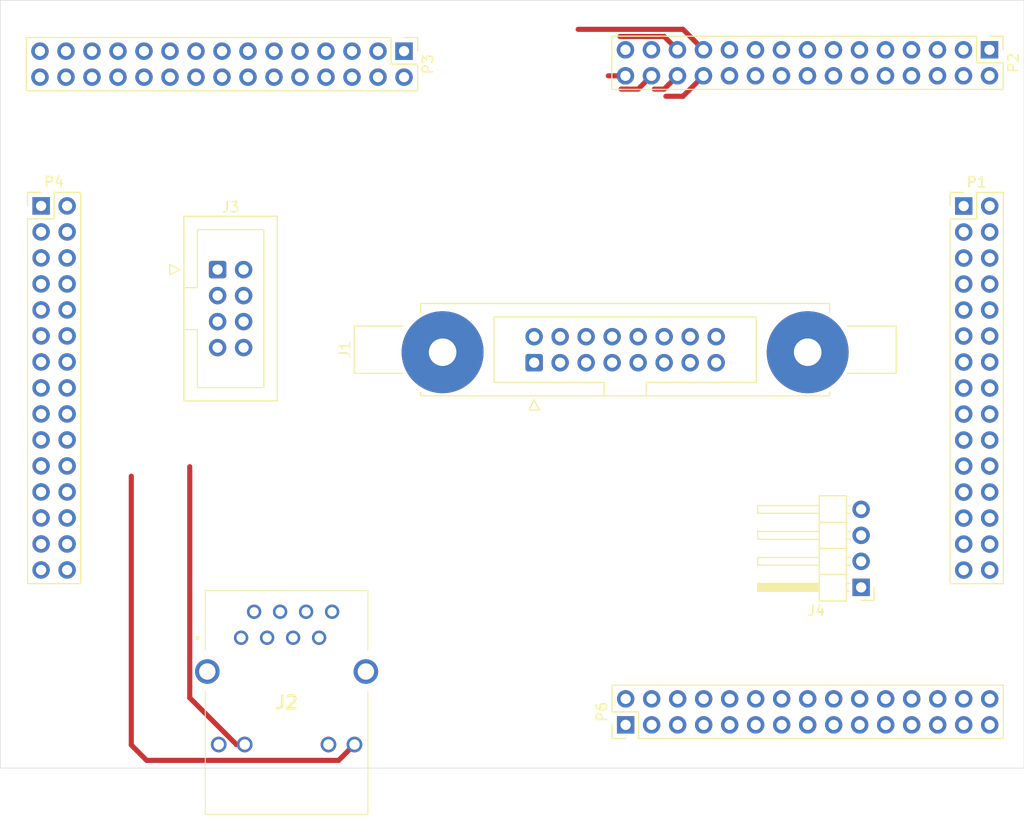
<source format=kicad_pcb>
(kicad_pcb (version 20221018) (generator pcbnew)
  (layers (0 "F.Cu" signal) (31 "B.Cu" signal) (34 "B.Paste" user) (35 "F.Paste" user) (36 "B.SilkS" user "B.Silkscreen") (37 "F.SilkS" user "F.Silkscreen") (38 "B.Mask" user) (39 "F.Mask" user) (44 "Edge.Cuts" user))
  (net 0 "")
  (net 3 "/screen_module/T_IRQ")
  (net 4 "/screen_module/T_DO")
  (net 5 "/screen_module/T_DIN")
  (net 6 "/screen_module/T_CS")
  (net 7 "/screen_module/T_CLK")
  (net 8 "/screen_module/SDO(MISO)")
  (net 9 "/screen_module/LED")
  (net 10 "/screen_module/SCK")
  (net 11 "/screen_module/SDI(MOSI)")
  (net 12 "/screen_module/DC")
  (net 13 "/screen_module/RESET")
  (net 14 "/screen_module/CS")
  (net 15 "/screen_module/GND")
  (net 16 "/screen_module/VCC")
  (net 129 "/ethernet_module/TD+")
  (net 130 "+3.3V")
  (net 143 "/ethernet_module/TD-")
  (net 146 "/ethernet_module/RD+")
  (net 147 "/ethernet_module/RD-")
  (net 148 "/ethernet_module/YLED-")
  (net 149 "/ethernet_module/GLED-")
  (net 150 "Net-(J2-Pad10)")
  (net 151 "Net-(J2-Pad12)")
  (net 152 "GND")
  (net 153 "/SPI_module/RX")
  (net 154 "/SPI_module/CSn")
  (net 155 "/SPI_module/SCK")
  (net 156 "/SPI_module/TX")
  (net 158 "/bluetooth_module/RX")
  (net 159 "/bluetooth_module/TX")
  (footprint "Connector_PinHeader_2.54mm:PinHeader_1x04_P2.54mm_Horizontal" (layer "F.Cu") (at 178.09 133.35 180)
    (fp_text reference "J4" (at 4.385 -2.27) (layer "F.SilkS"))
    (fp_text value "Conn_01x04")
    (fp_line (start -1.27 -1.27) (end 0 -1.27) (stroke (width 0.12)) (layer "F.SilkS"))
    (fp_line (start -1.27 0) (end -1.27 -1.27) (stroke (width 0.12)) (layer "F.SilkS"))
    (fp_line (start 1.042929 2.16) (end 1.44 2.16) (stroke (width 0.12)) (layer "F.SilkS"))
    (fp_line (start 1.042929 2.92) (end 1.44 2.92) (stroke (width 0.12)) (layer "F.SilkS"))
    (fp_line (start 1.042929 4.7) (end 1.44 4.7) (stroke (width 0.12)) (layer "F.SilkS"))
    (fp_line (start 1.042929 5.46) (end 1.44 5.46) (stroke (width 0.12)) (layer "F.SilkS"))
    (fp_line (start 1.042929 7.24) (end 1.44 7.24) (stroke (width 0.12)) (layer "F.SilkS"))
    (fp_line (start 1.042929 8) (end 1.44 8) (stroke (width 0.12)) (layer "F.SilkS"))
    (fp_line (start 1.11 -0.38) (end 1.44 -0.38) (stroke (width 0.12)) (layer "F.SilkS"))
    (fp_line (start 1.11 0.38) (end 1.44 0.38) (stroke (width 0.12)) (layer "F.SilkS"))
    (fp_line (start 1.44 -1.33) (end 1.44 8.95) (stroke (width 0.12)) (layer "F.SilkS"))
    (fp_line (start 1.44 1.27) (end 4.1 1.27) (stroke (width 0.12)) (layer "F.SilkS"))
    (fp_line (start 1.44 3.81) (end 4.1 3.81) (stroke (width 0.12)) (layer "F.SilkS"))
    (fp_line (start 1.44 6.35) (end 4.1 6.35) (stroke (width 0.12)) (layer "F.SilkS"))
    (fp_line (start 1.44 8.95) (end 4.1 8.95) (stroke (width 0.12)) (layer "F.SilkS"))
    (fp_line (start 4.1 -1.33) (end 1.44 -1.33) (stroke (width 0.12)) (layer "F.SilkS"))
    (fp_line (start 4.1 -0.38) (end 10.1 -0.38) (stroke (width 0.12)) (layer "F.SilkS"))
    (fp_line (start 4.1 -0.32) (end 10.1 -0.32) (stroke (width 0.12)) (layer "F.SilkS"))
    (fp_line (start 4.1 -0.2) (end 10.1 -0.2) (stroke (width 0.12)) (layer "F.SilkS"))
    (fp_line (start 4.1 -0.08) (end 10.1 -0.08) (stroke (width 0.12)) (layer "F.SilkS"))
    (fp_line (start 4.1 0.04) (end 10.1 0.04) (stroke (width 0.12)) (layer "F.SilkS"))
    (fp_line (start 4.1 0.16) (end 10.1 0.16) (stroke (width 0.12)) (layer "F.SilkS"))
    (fp_line (start 4.1 0.28) (end 10.1 0.28) (stroke (width 0.12)) (layer "F.SilkS"))
    (fp_line (start 4.1 2.16) (end 10.1 2.16) (stroke (width 0.12)) (layer "F.SilkS"))
    (fp_line (start 4.1 4.7) (end 10.1 4.7) (stroke (width 0.12)) (layer "F.SilkS"))
    (fp_line (start 4.1 7.24) (end 10.1 7.24) (stroke (width 0.12)) (layer "F.SilkS"))
    (fp_line (start 4.1 8.95) (end 4.1 -1.33) (stroke (width 0.12)) (layer "F.SilkS"))
    (fp_line (start 10.1 -0.38) (end 10.1 0.38) (stroke (width 0.12)) (layer "F.SilkS"))
    (fp_line (start 10.1 0.38) (end 4.1 0.38) (stroke (width 0.12)) (layer "F.SilkS"))
    (fp_line (start 10.1 2.16) (end 10.1 2.92) (stroke (width 0.12)) (layer "F.SilkS"))
    (fp_line (start 10.1 2.92) (end 4.1 2.92) (stroke (width 0.12)) (layer "F.SilkS"))
    (fp_line (start 10.1 4.7) (end 10.1 5.46) (stroke (width 0.12)) (layer "F.SilkS"))
    (fp_line (start 10.1 5.46) (end 4.1 5.46) (stroke (width 0.12)) (layer "F.SilkS"))
    (fp_line (start 10.1 7.24) (end 10.1 8) (stroke (width 0.12)) (layer "F.SilkS"))
    (fp_line (start 10.1 8) (end 4.1 8) (stroke (width 0.12)) (layer "F.SilkS"))
    (pad "1" thru_hole rect (at 0 0 180) (size 1.7 1.7) (drill 1) (layers "*.Cu" "*.Mask") (net 158 "/bluetooth_module/RX"))
    (pad "2" thru_hole oval (at 0 2.54 180) (size 1.7 1.7) (drill 1) (layers "*.Cu" "*.Mask") (net 159 "/bluetooth_module/TX"))
    (pad "3" thru_hole oval (at 0 5.08 180) (size 1.7 1.7) (drill 1) (layers "*.Cu" "*.Mask") (net 152 "GND"))
    (pad "4" thru_hole oval (at 0 7.62 180) (size 1.7 1.7) (drill 1) (layers "*.Cu" "*.Mask") (net 130 "+3.3V"))
  )
  (footprint "Connector_PinHeader_2.54mm:PinHeader_2x15_P2.54mm_Vertical" (layer "F.Cu") (at 188.11 96.1)
    (fp_text reference "P1" (at 1.27 -2.33) (layer "F.SilkS"))
    (fp_text value "Conn_02x15_Counter_Clockwise" hide)
    (fp_line (start -1.33 -1.33) (end 0 -1.33) (stroke (width 0.12)) (layer "F.SilkS"))
    (fp_line (start -1.33 0) (end -1.33 -1.33) (stroke (width 0.12)) (layer "F.SilkS"))
    (fp_line (start -1.33 1.27) (end -1.33 36.89) (stroke (width 0.12)) (layer "F.SilkS"))
    (fp_line (start -1.33 1.27) (end 1.27 1.27) (stroke (width 0.12)) (layer "F.SilkS"))
    (fp_line (start -1.33 36.89) (end 3.87 36.89) (stroke (width 0.12)) (layer "F.SilkS"))
    (fp_line (start 1.27 -1.33) (end 3.87 -1.33) (stroke (width 0.12)) (layer "F.SilkS"))
    (fp_line (start 1.27 1.27) (end 1.27 -1.33) (stroke (width 0.12)) (layer "F.SilkS"))
    (fp_line (start 3.87 -1.33) (end 3.87 36.89) (stroke (width 0.12)) (layer "F.SilkS"))
    (pad "1" thru_hole rect (at 0 0) (size 1.7 1.7) (drill 1) (layers "*.Cu" "*.Mask"))
    (pad "2" thru_hole oval (at 2.54 0) (size 1.7 1.7) (drill 1) (layers "*.Cu" "*.Mask"))
    (pad "3" thru_hole oval (at 0 2.54) (size 1.7 1.7) (drill 1) (layers "*.Cu" "*.Mask"))
    (pad "4" thru_hole oval (at 2.54 2.54) (size 1.7 1.7) (drill 1) (layers "*.Cu" "*.Mask"))
    (pad "5" thru_hole oval (at 0 5.08) (size 1.7 1.7) (drill 1) (layers "*.Cu" "*.Mask"))
    (pad "6" thru_hole oval (at 2.54 5.08) (size 1.7 1.7) (drill 1) (layers "*.Cu" "*.Mask"))
    (pad "7" thru_hole oval (at 0 7.62) (size 1.7 1.7) (drill 1) (layers "*.Cu" "*.Mask"))
    (pad "8" thru_hole oval (at 2.54 7.62) (size 1.7 1.7) (drill 1) (layers "*.Cu" "*.Mask"))
    (pad "9" thru_hole oval (at 0 10.16) (size 1.7 1.7) (drill 1) (layers "*.Cu" "*.Mask"))
    (pad "10" thru_hole oval (at 2.54 10.16) (size 1.7 1.7) (drill 1) (layers "*.Cu" "*.Mask"))
    (pad "11" thru_hole oval (at 0 12.7) (size 1.7 1.7) (drill 1) (layers "*.Cu" "*.Mask"))
    (pad "12" thru_hole oval (at 2.54 12.7) (size 1.7 1.7) (drill 1) (layers "*.Cu" "*.Mask"))
    (pad "13" thru_hole oval (at 0 15.24) (size 1.7 1.7) (drill 1) (layers "*.Cu" "*.Mask"))
    (pad "14" thru_hole oval (at 2.54 15.24) (size 1.7 1.7) (drill 1) (layers "*.Cu" "*.Mask"))
    (pad "15" thru_hole oval (at 0 17.78) (size 1.7 1.7) (drill 1) (layers "*.Cu" "*.Mask"))
    (pad "16" thru_hole oval (at 2.54 17.78) (size 1.7 1.7) (drill 1) (layers "*.Cu" "*.Mask"))
    (pad "17" thru_hole oval (at 0 20.32) (size 1.7 1.7) (drill 1) (layers "*.Cu" "*.Mask"))
    (pad "18" thru_hole oval (at 2.54 20.32) (size 1.7 1.7) (drill 1) (layers "*.Cu" "*.Mask"))
    (pad "19" thru_hole oval (at 0 22.86) (size 1.7 1.7) (drill 1) (layers "*.Cu" "*.Mask") (net 129 "/ethernet_module/TD+"))
    (pad "20" thru_hole oval (at 2.54 22.86) (size 1.7 1.7) (drill 1) (layers "*.Cu" "*.Mask"))
    (pad "21" thru_hole oval (at 0 25.4) (size 1.7 1.7) (drill 1) (layers "*.Cu" "*.Mask") (net 143 "/ethernet_module/TD-"))
    (pad "22" thru_hole oval (at 2.54 25.4) (size 1.7 1.7) (drill 1) (layers "*.Cu" "*.Mask"))
    (pad "23" thru_hole oval (at 0 27.94) (size 1.7 1.7) (drill 1) (layers "*.Cu" "*.Mask") (net 146 "/ethernet_module/RD+"))
    (pad "24" thru_hole oval (at 2.54 27.94) (size 1.7 1.7) (drill 1) (layers "*.Cu" "*.Mask"))
    (pad "25" thru_hole oval (at 0 30.48) (size 1.7 1.7) (drill 1) (layers "*.Cu" "*.Mask") (net 147 "/ethernet_module/RD-"))
    (pad "26" thru_hole oval (at 2.54 30.48) (size 1.7 1.7) (drill 1) (layers "*.Cu" "*.Mask"))
    (pad "27" thru_hole oval (at 0 33.02) (size 1.7 1.7) (drill 1) (layers "*.Cu" "*.Mask"))
    (pad "28" thru_hole oval (at 2.54 33.02) (size 1.7 1.7) (drill 1) (layers "*.Cu" "*.Mask"))
    (pad "29" thru_hole oval (at 0 35.56) (size 1.7 1.7) (drill 1) (layers "*.Cu" "*.Mask"))
    (pad "30" thru_hole oval (at 2.54 35.56) (size 1.7 1.7) (drill 1) (layers "*.Cu" "*.Mask"))
  )
  (footprint "Connector_IDC:IDC-Header_2x08-1MP_P2.54mm_Latch6.5mm_Vertical" (layer "F.Cu") (at 146.15 111.4 90)
    (fp_text reference "J1" (at 1.27 -18.47 90) (layer "F.SilkS"))
    (fp_text value "Conn_01x14")
    (fp_line (start -4.63 -0.5) (end -4.63 0.5) (stroke (width 0.12)) (layer "F.SilkS"))
    (fp_line (start -4.63 0.5) (end -3.63 0) (stroke (width 0.12)) (layer "F.SilkS"))
    (fp_line (start -3.63 0) (end -4.63 -0.5) (stroke (width 0.12)) (layer "F.SilkS"))
    (fp_line (start -3.24 -11.08) (end -3.24 28.86) (stroke (width 0.12)) (layer "F.SilkS"))
    (fp_line (start -3.24 6.84) (end -1.93 6.84) (stroke (width 0.12)) (layer "F.SilkS"))
    (fp_line (start -3.24 28.86) (end -2.87 28.86) (stroke (width 0.12)) (layer "F.SilkS"))
    (fp_line (start -2.87 -11.08) (end -3.24 -11.08) (stroke (width 0.12)) (layer "F.SilkS"))
    (fp_line (start -1.93 -3.92) (end 4.47 -3.92) (stroke (width 0.12)) (layer "F.SilkS"))
    (fp_line (start -1.93 6.84) (end -1.93 -3.92) (stroke (width 0.12)) (layer "F.SilkS"))
    (fp_line (start -1.93 10.94) (end -3.24 10.94) (stroke (width 0.12)) (layer "F.SilkS"))
    (fp_line (start -1.93 10.94) (end -1.93 10.94) (stroke (width 0.12)) (layer "F.SilkS"))
    (fp_line (start -1.93 21.7) (end -1.93 10.94) (stroke (width 0.12)) (layer "F.SilkS"))
    (fp_line (start -1.04 -17.58) (end 3.58 -17.58) (stroke (width 0.12)) (layer "F.SilkS"))
    (fp_line (start -1.04 -12.83) (end -1.04 -17.58) (stroke (width 0.12)) (layer "F.SilkS"))
    (fp_line (start -1.04 30.61) (end -1.04 35.36) (stroke (width 0.12)) (layer "F.SilkS"))
    (fp_line (start -1.04 35.36) (end 3.58 35.36) (stroke (width 0.12)) (layer "F.SilkS"))
    (fp_line (start 3.58 -17.58) (end 3.58 -12.83) (stroke (width 0.12)) (layer "F.SilkS"))
    (fp_line (start 3.58 35.36) (end 3.58 30.61) (stroke (width 0.12)) (layer "F.SilkS"))
    (fp_line (start 4.47 -3.92) (end 4.47 21.7) (stroke (width 0.12)) (layer "F.SilkS"))
    (fp_line (start 4.47 21.7) (end -1.93 21.7) (stroke (width 0.12)) (layer "F.SilkS"))
    (fp_line (start 4.91 -11.08) (end 5.78 -11.08) (stroke (width 0.12)) (layer "F.SilkS"))
    (fp_line (start 5.78 -11.08) (end 5.78 28.86) (stroke (width 0.12)) (layer "F.SilkS"))
    (fp_line (start 5.78 28.86) (end 4.91 28.86) (stroke (width 0.12)) (layer "F.SilkS"))
    (pad "1" thru_hole roundrect (at 0 0 90) (size 1.7 1.7) (drill 1) (layers "*.Cu" "*.Mask") (roundrect_rratio 0.147059) (net 3 "/screen_module/T_IRQ"))
    (pad "2" thru_hole circle (at 2.54 0 90) (size 1.7 1.7) (drill 1) (layers "*.Cu" "*.Mask") (net 4 "/screen_module/T_DO"))
    (pad "3" thru_hole circle (at 0 2.54 90) (size 1.7 1.7) (drill 1) (layers "*.Cu" "*.Mask") (net 5 "/screen_module/T_DIN"))
    (pad "4" thru_hole circle (at 2.54 2.54 90) (size 1.7 1.7) (drill 1) (layers "*.Cu" "*.Mask") (net 6 "/screen_module/T_CS"))
    (pad "5" thru_hole circle (at 0 5.08 90) (size 1.7 1.7) (drill 1) (layers "*.Cu" "*.Mask") (net 7 "/screen_module/T_CLK"))
    (pad "6" thru_hole circle (at 2.54 5.08 90) (size 1.7 1.7) (drill 1) (layers "*.Cu" "*.Mask") (net 8 "/screen_module/SDO(MISO)"))
    (pad "7" thru_hole circle (at 0 7.62 90) (size 1.7 1.7) (drill 1) (layers "*.Cu" "*.Mask") (net 9 "/screen_module/LED"))
    (pad "8" thru_hole circle (at 2.54 7.62 90) (size 1.7 1.7) (drill 1) (layers "*.Cu" "*.Mask") (net 10 "/screen_module/SCK"))
    (pad "9" thru_hole circle (at 0 10.16 90) (size 1.7 1.7) (drill 1) (layers "*.Cu" "*.Mask") (net 11 "/screen_module/SDI(MOSI)"))
    (pad "10" thru_hole circle (at 2.54 10.16 90) (size 1.7 1.7) (drill 1) (layers "*.Cu" "*.Mask") (net 12 "/screen_module/DC"))
    (pad "11" thru_hole circle (at 0 12.7 90) (size 1.7 1.7) (drill 1) (layers "*.Cu" "*.Mask") (net 13 "/screen_module/RESET"))
    (pad "12" thru_hole circle (at 2.54 12.7 90) (size 1.7 1.7) (drill 1) (layers "*.Cu" "*.Mask") (net 14 "/screen_module/CS"))
    (pad "13" thru_hole circle (at 0 15.24 90) (size 1.7 1.7) (drill 1) (layers "*.Cu" "*.Mask") (net 15 "/screen_module/GND"))
    (pad "14" thru_hole circle (at 2.54 15.24 90) (size 1.7 1.7) (drill 1) (layers "*.Cu" "*.Mask") (net 16 "/screen_module/VCC"))
    (pad "15" thru_hole circle (at 0 17.78 90) (size 1.7 1.7) (drill 1) (layers "*.Cu" "*.Mask"))
    (pad "16" thru_hole circle (at 2.54 17.78 90) (size 1.7 1.7) (drill 1) (layers "*.Cu" "*.Mask"))
    (pad "MP" thru_hole circle (at 1.02 -8.94 90) (size 8 8) (drill 2.69) (layers "*.Cu" "*.Mask"))
    (pad "MP" thru_hole circle (at 1.02 26.72 90) (size 8 8) (drill 2.69) (layers "*.Cu" "*.Mask"))
  )
  (footprint "Connector_IDC:IDC-Header_2x04_P2.54mm_Vertical" (layer "F.Cu") (at 115.23 102.31)
    (fp_text reference "J3" (at 1.27 -6.1) (layer "F.SilkS"))
    (fp_text value "Conn_02x03_Counter_Clockwise")
    (fp_line (start -4.68 -0.5) (end -4.68 0.5) (stroke (width 0.12)) (layer "F.SilkS"))
    (fp_line (start -4.68 0.5) (end -3.68 0) (stroke (width 0.12)) (layer "F.SilkS"))
    (fp_line (start -3.68 0) (end -4.68 -0.5) (stroke (width 0.12)) (layer "F.SilkS"))
    (fp_line (start -3.29 -5.21) (end 5.83 -5.21) (stroke (width 0.12)) (layer "F.SilkS"))
    (fp_line (start -3.29 1.76) (end -1.98 1.76) (stroke (width 0.12)) (layer "F.SilkS"))
    (fp_line (start -3.29 12.83) (end -3.29 -5.21) (stroke (width 0.12)) (layer "F.SilkS"))
    (fp_line (start -1.98 -3.91) (end 4.52 -3.91) (stroke (width 0.12)) (layer "F.SilkS"))
    (fp_line (start -1.98 1.76) (end -1.98 -3.91) (stroke (width 0.12)) (layer "F.SilkS"))
    (fp_line (start -1.98 5.86) (end -3.29 5.86) (stroke (width 0.12)) (layer "F.SilkS"))
    (fp_line (start -1.98 5.86) (end -1.98 5.86) (stroke (width 0.12)) (layer "F.SilkS"))
    (fp_line (start -1.98 11.53) (end -1.98 5.86) (stroke (width 0.12)) (layer "F.SilkS"))
    (fp_line (start 4.52 -3.91) (end 4.52 11.53) (stroke (width 0.12)) (layer "F.SilkS"))
    (fp_line (start 4.52 11.53) (end -1.98 11.53) (stroke (width 0.12)) (layer "F.SilkS"))
    (fp_line (start 5.83 -5.21) (end 5.83 12.83) (stroke (width 0.12)) (layer "F.SilkS"))
    (fp_line (start 5.83 12.83) (end -3.29 12.83) (stroke (width 0.12)) (layer "F.SilkS"))
    (pad "1" thru_hole roundrect (at 0 0) (size 1.7 1.7) (drill 1) (layers "*.Cu" "*.Mask") (roundrect_rratio 0.147059) (net 152 "GND"))
    (pad "2" thru_hole circle (at 2.54 0) (size 1.7 1.7) (drill 1) (layers "*.Cu" "*.Mask") (net 153 "/SPI_module/RX"))
    (pad "3" thru_hole circle (at 0 2.54) (size 1.7 1.7) (drill 1) (layers "*.Cu" "*.Mask") (net 154 "/SPI_module/CSn"))
    (pad "4" thru_hole circle (at 2.54 2.54) (size 1.7 1.7) (drill 1) (layers "*.Cu" "*.Mask") (net 155 "/SPI_module/SCK"))
    (pad "5" thru_hole circle (at 0 5.08) (size 1.7 1.7) (drill 1) (layers "*.Cu" "*.Mask") (net 156 "/SPI_module/TX"))
    (pad "6" thru_hole circle (at 2.54 5.08) (size 1.7 1.7) (drill 1) (layers "*.Cu" "*.Mask"))
    (pad "7" thru_hole circle (at 0 7.62) (size 1.7 1.7) (drill 1) (layers "*.Cu" "*.Mask"))
    (pad "8" thru_hole circle (at 2.54 7.62) (size 1.7 1.7) (drill 1) (layers "*.Cu" "*.Mask"))
  )
  (footprint "Connector_PinHeader_2.54mm:PinHeader_2x15_P2.54mm_Vertical" (layer "F.Cu") (at 155.09 146.78 90)
    (fp_text reference "P6" (at 1.27 -2.33 90) (layer "F.SilkS"))
    (fp_text value "Conn_02x15_Counter_Clockwise")
    (fp_line (start -1.33 -1.33) (end 0 -1.33) (stroke (width 0.12)) (layer "F.SilkS"))
    (fp_line (start -1.33 0) (end -1.33 -1.33) (stroke (width 0.12)) (layer "F.SilkS"))
    (fp_line (start -1.33 1.27) (end -1.33 36.89) (stroke (width 0.12)) (layer "F.SilkS"))
    (fp_line (start -1.33 1.27) (end 1.27 1.27) (stroke (width 0.12)) (layer "F.SilkS"))
    (fp_line (start -1.33 36.89) (end 3.87 36.89) (stroke (width 0.12)) (layer "F.SilkS"))
    (fp_line (start 1.27 -1.33) (end 3.87 -1.33) (stroke (width 0.12)) (layer "F.SilkS"))
    (fp_line (start 1.27 1.27) (end 1.27 -1.33) (stroke (width 0.12)) (layer "F.SilkS"))
    (fp_line (start 3.87 -1.33) (end 3.87 36.89) (stroke (width 0.12)) (layer "F.SilkS"))
    (pad "1" thru_hole rect (at 0 0 90) (size 1.7 1.7) (drill 1) (layers "*.Cu" "*.Mask"))
    (pad "2" thru_hole oval (at 2.54 0 90) (size 1.7 1.7) (drill 1) (layers "*.Cu" "*.Mask"))
    (pad "3" thru_hole oval (at 0 2.54 90) (size 1.7 1.7) (drill 1) (layers "*.Cu" "*.Mask"))
    (pad "4" thru_hole oval (at 2.54 2.54 90) (size 1.7 1.7) (drill 1) (layers "*.Cu" "*.Mask"))
    (pad "5" thru_hole oval (at 0 5.08 90) (size 1.7 1.7) (drill 1) (layers "*.Cu" "*.Mask"))
    (pad "6" thru_hole oval (at 2.54 5.08 90) (size 1.7 1.7) (drill 1) (layers "*.Cu" "*.Mask") (net 158 "/bluetooth_module/RX"))
    (pad "7" thru_hole oval (at 0 7.62 90) (size 1.7 1.7) (drill 1) (layers "*.Cu" "*.Mask"))
    (pad "8" thru_hole oval (at 2.54 7.62 90) (size 1.7 1.7) (drill 1) (layers "*.Cu" "*.Mask") (net 159 "/bluetooth_module/TX"))
    (pad "9" thru_hole oval (at 0 10.16 90) (size 1.7 1.7) (drill 1) (layers "*.Cu" "*.Mask"))
    (pad "10" thru_hole oval (at 2.54 10.16 90) (size 1.7 1.7) (drill 1) (layers "*.Cu" "*.Mask"))
    (pad "11" thru_hole oval (at 0 12.7 90) (size 1.7 1.7) (drill 1) (layers "*.Cu" "*.Mask"))
    (pad "12" thru_hole oval (at 2.54 12.7 90) (size 1.7 1.7) (drill 1) (layers "*.Cu" "*.Mask"))
    (pad "13" thru_hole oval (at 0 15.24 90) (size 1.7 1.7) (drill 1) (layers "*.Cu" "*.Mask"))
    (pad "14" thru_hole oval (at 2.54 15.24 90) (size 1.7 1.7) (drill 1) (layers "*.Cu" "*.Mask"))
    (pad "15" thru_hole oval (at 0 17.78 90) (size 1.7 1.7) (drill 1) (layers "*.Cu" "*.Mask"))
    (pad "16" thru_hole oval (at 2.54 17.78 90) (size 1.7 1.7) (drill 1) (layers "*.Cu" "*.Mask"))
    (pad "17" thru_hole oval (at 0 20.32 90) (size 1.7 1.7) (drill 1) (layers "*.Cu" "*.Mask"))
    (pad "18" thru_hole oval (at 2.54 20.32 90) (size 1.7 1.7) (drill 1) (layers "*.Cu" "*.Mask"))
    (pad "19" thru_hole oval (at 0 22.86 90) (size 1.7 1.7) (drill 1) (layers "*.Cu" "*.Mask"))
    (pad "20" thru_hole oval (at 2.54 22.86 90) (size 1.7 1.7) (drill 1) (layers "*.Cu" "*.Mask"))
    (pad "21" thru_hole oval (at 0 25.4 90) (size 1.7 1.7) (drill 1) (layers "*.Cu" "*.Mask"))
    (pad "22" thru_hole oval (at 2.54 25.4 90) (size 1.7 1.7) (drill 1) (layers "*.Cu" "*.Mask"))
    (pad "23" thru_hole oval (at 0 27.94 90) (size 1.7 1.7) (drill 1) (layers "*.Cu" "*.Mask"))
    (pad "24" thru_hole oval (at 2.54 27.94 90) (size 1.7 1.7) (drill 1) (layers "*.Cu" "*.Mask"))
    (pad "25" thru_hole oval (at 0 30.48 90) (size 1.7 1.7) (drill 1) (layers "*.Cu" "*.Mask"))
    (pad "26" thru_hole oval (at 2.54 30.48 90) (size 1.7 1.7) (drill 1) (layers "*.Cu" "*.Mask"))
    (pad "27" thru_hole oval (at 0 33.02 90) (size 1.7 1.7) (drill 1) (layers "*.Cu" "*.Mask"))
    (pad "28" thru_hole oval (at 2.54 33.02 90) (size 1.7 1.7) (drill 1) (layers "*.Cu" "*.Mask"))
    (pad "29" thru_hole oval (at 0 35.56 90) (size 1.7 1.7) (drill 1) (layers "*.Cu" "*.Mask"))
    (pad "30" thru_hole oval (at 2.54 35.56 90) (size 1.7 1.7) (drill 1) (layers "*.Cu" "*.Mask"))
  )
  (footprint "Connector_PinHeader_2.54mm:PinHeader_2x15_P2.54mm_Vertical" (layer "F.Cu") (at 190.63 80.84 -90)
    (fp_text reference "P2" (at 1.27 -2.33 90) (layer "F.SilkS"))
    (fp_text value "Conn_02x15_Counter_Clockwise" hide)
    (fp_line (start -1.33 -1.33) (end 0 -1.33) (stroke (width 0.12)) (layer "F.SilkS"))
    (fp_line (start -1.33 0) (end -1.33 -1.33) (stroke (width 0.12)) (layer "F.SilkS"))
    (fp_line (start -1.33 1.27) (end -1.33 36.89) (stroke (width 0.12)) (layer "F.SilkS"))
    (fp_line (start -1.33 1.27) (end 1.27 1.27) (stroke (width 0.12)) (layer "F.SilkS"))
    (fp_line (start -1.33 36.89) (end 3.87 36.89) (stroke (width 0.12)) (layer "F.SilkS"))
    (fp_line (start 1.27 -1.33) (end 3.87 -1.33) (stroke (width 0.12)) (layer "F.SilkS"))
    (fp_line (start 1.27 1.27) (end 1.27 -1.33) (stroke (width 0.12)) (layer "F.SilkS"))
    (fp_line (start 3.87 -1.33) (end 3.87 36.89) (stroke (width 0.12)) (layer "F.SilkS"))
    (pad "1" thru_hole rect (at 0 0 270) (size 1.7 1.7) (drill 1) (layers "*.Cu" "*.Mask"))
    (pad "2" thru_hole oval (at 2.54 0 270) (size 1.7 1.7) (drill 1) (layers "*.Cu" "*.Mask") (net 16 "/screen_module/VCC"))
    (pad "3" thru_hole oval (at 0 2.54 270) (size 1.7 1.7) (drill 1) (layers "*.Cu" "*.Mask"))
    (pad "4" thru_hole oval (at 2.54 2.54 270) (size 1.7 1.7) (drill 1) (layers "*.Cu" "*.Mask") (net 15 "/screen_module/GND"))
    (pad "5" thru_hole oval (at 0 5.08 270) (size 1.7 1.7) (drill 1) (layers "*.Cu" "*.Mask") (net 10 "/screen_module/SCK"))
    (pad "6" thru_hole oval (at 2.54 5.08 270) (size 1.7 1.7) (drill 1) (layers "*.Cu" "*.Mask") (net 14 "/screen_module/CS"))
    (pad "7" thru_hole oval (at 0 7.62 270) (size 1.7 1.7) (drill 1) (layers "*.Cu" "*.Mask") (net 9 "/screen_module/LED"))
    (pad "8" thru_hole oval (at 2.54 7.62 270) (size 1.7 1.7) (drill 1) (layers "*.Cu" "*.Mask") (net 13 "/screen_module/RESET"))
    (pad "9" thru_hole oval (at 0 10.16 270) (size 1.7 1.7) (drill 1) (layers "*.Cu" "*.Mask") (net 8 "/screen_module/SDO(MISO)"))
    (pad "10" thru_hole oval (at 2.54 10.16 270) (size 1.7 1.7) (drill 1) (layers "*.Cu" "*.Mask") (net 12 "/screen_module/DC"))
    (pad "11" thru_hole oval (at 0 12.7 270) (size 1.7 1.7) (drill 1) (layers "*.Cu" "*.Mask") (net 7 "/screen_module/T_CLK"))
    (pad "12" thru_hole oval (at 2.54 12.7 270) (size 1.7 1.7) (drill 1) (layers "*.Cu" "*.Mask") (net 11 "/screen_module/SDI(MOSI)"))
    (pad "13" thru_hole oval (at 0 15.24 270) (size 1.7 1.7) (drill 1) (layers "*.Cu" "*.Mask"))
    (pad "14" thru_hole oval (at 2.54 15.24 270) (size 1.7 1.7) (drill 1) (layers "*.Cu" "*.Mask"))
    (pad "15" thru_hole oval (at 0 17.78 270) (size 1.7 1.7) (drill 1) (layers "*.Cu" "*.Mask"))
    (pad "16" thru_hole oval (at 2.54 17.78 270) (size 1.7 1.7) (drill 1) (layers "*.Cu" "*.Mask"))
    (pad "17" thru_hole oval (at 0 20.32 270) (size 1.7 1.7) (drill 1) (layers "*.Cu" "*.Mask"))
    (pad "18" thru_hole oval (at 2.54 20.32 270) (size 1.7 1.7) (drill 1) (layers "*.Cu" "*.Mask"))
    (pad "19" thru_hole oval (at 0 22.86 270) (size 1.7 1.7) (drill 1) (layers "*.Cu" "*.Mask"))
    (pad "20" thru_hole oval (at 2.54 22.86 270) (size 1.7 1.7) (drill 1) (layers "*.Cu" "*.Mask"))
    (pad "21" thru_hole oval (at 0 25.4 270) (size 1.7 1.7) (drill 1) (layers "*.Cu" "*.Mask"))
    (pad "22" thru_hole oval (at 2.54 25.4 270) (size 1.7 1.7) (drill 1) (layers "*.Cu" "*.Mask"))
    (pad "23" thru_hole oval (at 0 27.94 270) (size 1.7 1.7) (drill 1) (layers "*.Cu" "*.Mask") (net 149 "/ethernet_module/GLED-"))
    (pad "24" thru_hole oval (at 2.54 27.94 270) (size 1.7 1.7) (drill 1) (layers "*.Cu" "*.Mask") (net 6 "/screen_module/T_CS"))
    (pad "25" thru_hole oval (at 0 30.48 270) (size 1.7 1.7) (drill 1) (layers "*.Cu" "*.Mask") (net 148 "/ethernet_module/YLED-"))
    (pad "26" thru_hole oval (at 2.54 30.48 270) (size 1.7 1.7) (drill 1) (layers "*.Cu" "*.Mask") (net 5 "/screen_module/T_DIN"))
    (pad "27" thru_hole oval (at 0 33.02 270) (size 1.7 1.7) (drill 1) (layers "*.Cu" "*.Mask"))
    (pad "28" thru_hole oval (at 2.54 33.02 270) (size 1.7 1.7) (drill 1) (layers "*.Cu" "*.Mask") (net 4 "/screen_module/T_DO"))
    (pad "29" thru_hole oval (at 0 35.56 270) (size 1.7 1.7) (drill 1) (layers "*.Cu" "*.Mask"))
    (pad "30" thru_hole oval (at 2.54 35.56 270) (size 1.7 1.7) (drill 1) (layers "*.Cu" "*.Mask") (net 3 "/screen_module/T_IRQ"))
  )
  (footprint "Connector_PinHeader_2.54mm:PinHeader_2x15_P2.54mm_Vertical" (layer "F.Cu") (at 97.99 96.09)
    (fp_text reference "P4" (at 1.27 -2.33) (layer "F.SilkS"))
    (fp_text value "Conn_02x15_Counter_Clockwise" hide)
    (fp_line (start -1.33 -1.33) (end 0 -1.33) (stroke (width 0.12)) (layer "F.SilkS"))
    (fp_line (start -1.33 0) (end -1.33 -1.33) (stroke (width 0.12)) (layer "F.SilkS"))
    (fp_line (start -1.33 1.27) (end -1.33 36.89) (stroke (width 0.12)) (layer "F.SilkS"))
    (fp_line (start -1.33 1.27) (end 1.27 1.27) (stroke (width 0.12)) (layer "F.SilkS"))
    (fp_line (start -1.33 36.89) (end 3.87 36.89) (stroke (width 0.12)) (layer "F.SilkS"))
    (fp_line (start 1.27 -1.33) (end 3.87 -1.33) (stroke (width 0.12)) (layer "F.SilkS"))
    (fp_line (start 1.27 1.27) (end 1.27 -1.33) (stroke (width 0.12)) (layer "F.SilkS"))
    (fp_line (start 3.87 -1.33) (end 3.87 36.89) (stroke (width 0.12)) (layer "F.SilkS"))
    (pad "1" thru_hole rect (at 0 0) (size 1.7 1.7) (drill 1) (layers "*.Cu" "*.Mask"))
    (pad "2" thru_hole oval (at 2.54 0) (size 1.7 1.7) (drill 1) (layers "*.Cu" "*.Mask"))
    (pad "3" thru_hole oval (at 0 2.54) (size 1.7 1.7) (drill 1) (layers "*.Cu" "*.Mask"))
    (pad "4" thru_hole oval (at 2.54 2.54) (size 1.7 1.7) (drill 1) (layers "*.Cu" "*.Mask"))
    (pad "5" thru_hole oval (at 0 5.08) (size 1.7 1.7) (drill 1) (layers "*.Cu" "*.Mask"))
    (pad "6" thru_hole oval (at 2.54 5.08) (size 1.7 1.7) (drill 1) (layers "*.Cu" "*.Mask") (net 156 "/SPI_module/TX"))
    (pad "7" thru_hole oval (at 0 7.62) (size 1.7 1.7) (drill 1) (layers "*.Cu" "*.Mask"))
    (pad "8" thru_hole oval (at 2.54 7.62) (size 1.7 1.7) (drill 1) (layers "*.Cu" "*.Mask") (net 155 "/SPI_module/SCK"))
    (pad "9" thru_hole oval (at 0 10.16) (size 1.7 1.7) (drill 1) (layers "*.Cu" "*.Mask"))
    (pad "10" thru_hole oval (at 2.54 10.16) (size 1.7 1.7) (drill 1) (layers "*.Cu" "*.Mask") (net 153 "/SPI_module/RX"))
    (pad "11" thru_hole oval (at 0 12.7) (size 1.7 1.7) (drill 1) (layers "*.Cu" "*.Mask"))
    (pad "12" thru_hole oval (at 2.54 12.7) (size 1.7 1.7) (drill 1) (layers "*.Cu" "*.Mask") (net 154 "/SPI_module/CSn"))
    (pad "13" thru_hole oval (at 0 15.24) (size 1.7 1.7) (drill 1) (layers "*.Cu" "*.Mask"))
    (pad "14" thru_hole oval (at 2.54 15.24) (size 1.7 1.7) (drill 1) (layers "*.Cu" "*.Mask"))
    (pad "15" thru_hole oval (at 0 17.78) (size 1.7 1.7) (drill 1) (layers "*.Cu" "*.Mask"))
    (pad "16" thru_hole oval (at 2.54 17.78) (size 1.7 1.7) (drill 1) (layers "*.Cu" "*.Mask"))
    (pad "17" thru_hole oval (at 0 20.32) (size 1.7 1.7) (drill 1) (layers "*.Cu" "*.Mask"))
    (pad "18" thru_hole oval (at 2.54 20.32) (size 1.7 1.7) (drill 1) (layers "*.Cu" "*.Mask"))
    (pad "19" thru_hole oval (at 0 22.86) (size 1.7 1.7) (drill 1) (layers "*.Cu" "*.Mask"))
    (pad "20" thru_hole oval (at 2.54 22.86) (size 1.7 1.7) (drill 1) (layers "*.Cu" "*.Mask"))
    (pad "21" thru_hole oval (at 0 25.4) (size 1.7 1.7) (drill 1) (layers "*.Cu" "*.Mask"))
    (pad "22" thru_hole oval (at 2.54 25.4) (size 1.7 1.7) (drill 1) (layers "*.Cu" "*.Mask"))
    (pad "23" thru_hole oval (at 0 27.94) (size 1.7 1.7) (drill 1) (layers "*.Cu" "*.Mask"))
    (pad "24" thru_hole oval (at 2.54 27.94) (size 1.7 1.7) (drill 1) (layers "*.Cu" "*.Mask"))
    (pad "25" thru_hole oval (at 0 30.48) (size 1.7 1.7) (drill 1) (layers "*.Cu" "*.Mask"))
    (pad "26" thru_hole oval (at 2.54 30.48) (size 1.7 1.7) (drill 1) (layers "*.Cu" "*.Mask"))
    (pad "27" thru_hole oval (at 0 33.02) (size 1.7 1.7) (drill 1) (layers "*.Cu" "*.Mask"))
    (pad "28" thru_hole oval (at 2.54 33.02) (size 1.7 1.7) (drill 1) (layers "*.Cu" "*.Mask"))
    (pad "29" thru_hole oval (at 0 35.56) (size 1.7 1.7) (drill 1) (layers "*.Cu" "*.Mask"))
    (pad "30" thru_hole oval (at 2.54 35.56) (size 1.7 1.7) (drill 1) (layers "*.Cu" "*.Mask"))
  )
  (footprint "Connector_PinHeader_2.54mm:PinHeader_2x15_P2.54mm_Vertical" (layer "F.Cu") (at 133.44 80.97 -90)
    (fp_text reference "P3" (at 1.27 -2.33 90) (layer "F.SilkS"))
    (fp_text value "Conn_02x15_Counter_Clockwise" hide)
    (fp_line (start -1.33 -1.33) (end 0 -1.33) (stroke (width 0.12)) (layer "F.SilkS"))
    (fp_line (start -1.33 0) (end -1.33 -1.33) (stroke (width 0.12)) (layer "F.SilkS"))
    (fp_line (start -1.33 1.27) (end -1.33 36.89) (stroke (width 0.12)) (layer "F.SilkS"))
    (fp_line (start -1.33 1.27) (end 1.27 1.27) (stroke (width 0.12)) (layer "F.SilkS"))
    (fp_line (start -1.33 36.89) (end 3.87 36.89) (stroke (width 0.12)) (layer "F.SilkS"))
    (fp_line (start 1.27 -1.33) (end 3.87 -1.33) (stroke (width 0.12)) (layer "F.SilkS"))
    (fp_line (start 1.27 1.27) (end 1.27 -1.33) (stroke (width 0.12)) (layer "F.SilkS"))
    (fp_line (start 3.87 -1.33) (end 3.87 36.89) (stroke (width 0.12)) (layer "F.SilkS"))
    (pad "1" thru_hole rect (at 0 0 270) (size 1.7 1.7) (drill 1) (layers "*.Cu" "*.Mask"))
    (pad "2" thru_hole oval (at 2.54 0 270) (size 1.7 1.7) (drill 1) (layers "*.Cu" "*.Mask"))
    (pad "3" thru_hole oval (at 0 2.54 270) (size 1.7 1.7) (drill 1) (layers "*.Cu" "*.Mask"))
    (pad "4" thru_hole oval (at 2.54 2.54 270) (size 1.7 1.7) (drill 1) (layers "*.Cu" "*.Mask"))
    (pad "5" thru_hole oval (at 0 5.08 270) (size 1.7 1.7) (drill 1) (layers "*.Cu" "*.Mask"))
    (pad "6" thru_hole oval (at 2.54 5.08 270) (size 1.7 1.7) (drill 1) (layers "*.Cu" "*.Mask"))
    (pad "7" thru_hole oval (at 0 7.62 270) (size 1.7 1.7) (drill 1) (layers "*.Cu" "*.Mask"))
    (pad "8" thru_hole oval (at 2.54 7.62 270) (size 1.7 1.7) (drill 1) (layers "*.Cu" "*.Mask"))
    (pad "9" thru_hole oval (at 0 10.16 270) (size 1.7 1.7) (drill 1) (layers "*.Cu" "*.Mask"))
    (pad "10" thru_hole oval (at 2.54 10.16 270) (size 1.7 1.7) (drill 1) (layers "*.Cu" "*.Mask"))
    (pad "11" thru_hole oval (at 0 12.7 270) (size 1.7 1.7) (drill 1) (layers "*.Cu" "*.Mask"))
    (pad "12" thru_hole oval (at 2.54 12.7 270) (size 1.7 1.7) (drill 1) (layers "*.Cu" "*.Mask"))
    (pad "13" thru_hole oval (at 0 15.24 270) (size 1.7 1.7) (drill 1) (layers "*.Cu" "*.Mask"))
    (pad "14" thru_hole oval (at 2.54 15.24 270) (size 1.7 1.7) (drill 1) (layers "*.Cu" "*.Mask"))
    (pad "15" thru_hole oval (at 0 17.78 270) (size 1.7 1.7) (drill 1) (layers "*.Cu" "*.Mask"))
    (pad "16" thru_hole oval (at 2.54 17.78 270) (size 1.7 1.7) (drill 1) (layers "*.Cu" "*.Mask"))
    (pad "17" thru_hole oval (at 0 20.32 270) (size 1.7 1.7) (drill 1) (layers "*.Cu" "*.Mask"))
    (pad "18" thru_hole oval (at 2.54 20.32 270) (size 1.7 1.7) (drill 1) (layers "*.Cu" "*.Mask"))
    (pad "19" thru_hole oval (at 0 22.86 270) (size 1.7 1.7) (drill 1) (layers "*.Cu" "*.Mask"))
    (pad "20" thru_hole oval (at 2.54 22.86 270) (size 1.7 1.7) (drill 1) (layers "*.Cu" "*.Mask"))
    (pad "21" thru_hole oval (at 0 25.4 270) (size 1.7 1.7) (drill 1) (layers "*.Cu" "*.Mask"))
    (pad "22" thru_hole oval (at 2.54 25.4 270) (size 1.7 1.7) (drill 1) (layers "*.Cu" "*.Mask"))
    (pad "23" thru_hole oval (at 0 27.94 270) (size 1.7 1.7) (drill 1) (layers "*.Cu" "*.Mask"))
    (pad "24" thru_hole oval (at 2.54 27.94 270) (size 1.7 1.7) (drill 1) (layers "*.Cu" "*.Mask"))
    (pad "25" thru_hole oval (at 0 30.48 270) (size 1.7 1.7) (drill 1) (layers "*.Cu" "*.Mask"))
    (pad "26" thru_hole oval (at 2.54 30.48 270) (size 1.7 1.7) (drill 1) (layers "*.Cu" "*.Mask"))
    (pad "27" thru_hole oval (at 0 33.02 270) (size 1.7 1.7) (drill 1) (layers "*.Cu" "*.Mask"))
    (pad "28" thru_hole oval (at 2.54 33.02 270) (size 1.7 1.7) (drill 1) (layers "*.Cu" "*.Mask"))
    (pad "29" thru_hole oval (at 0 35.56 270) (size 1.7 1.7) (drill 1) (layers "*.Cu" "*.Mask"))
    (pad "30" thru_hole oval (at 2.54 35.56 270) (size 1.7 1.7) (drill 1) (layers "*.Cu" "*.Mask"))
  )
  (footprint "KiCad:7499011121A" (layer "F.Cu") (at 121.97 144.59 180)
    (fp_text reference "J2" (at 0 0) (layer "F.SilkS") (effects (font (size 1.27 1.27) (thickness 0.254))))
    (fp_text value "7499011121A" hide)
    (fp_line (start -7.94 -10.92) (end 7.94 -10.92) (stroke (width 0.1)) (layer "F.SilkS"))
    (fp_line (start -7.94 1.08) (end -7.94 -10.92) (stroke (width 0.1)) (layer "F.SilkS"))
    (fp_line (start -7.94 5.08) (end -7.94 10.92) (stroke (width 0.1)) (layer "F.SilkS"))
    (fp_line (start -7.94 10.92) (end 7.94 10.92) (stroke (width 0.1)) (layer "F.SilkS"))
    (fp_line (start 7.94 -10.92) (end 7.94 1.08) (stroke (width 0.1)) (layer "F.SilkS"))
    (fp_line (start 7.94 10.92) (end 7.94 5.08) (stroke (width 0.1)) (layer "F.SilkS"))
    (fp_line (start 8.7 6.2) (end 8.7 6.2) (stroke (width 0.2)) (layer "F.SilkS"))
    (fp_line (start 8.7 6.4) (end 8.7 6.4) (stroke (width 0.2)) (layer "F.SilkS"))
    (fp_arc (start 8.7 6.2) (mid 8.8 6.3) (end 8.7 6.4) (stroke (width 0.2)) (layer "F.SilkS"))
    (fp_arc (start 8.7 6.4) (mid 8.6 6.3) (end 8.7 6.2) (stroke (width 0.2)) (layer "F.SilkS"))
    (pad "" np_thru_hole circle (at -5.715 -0.03 180) (size 3.25 3.25) (drill 3.25) (layers "*.Cu" "*.Mask"))
    (pad "" np_thru_hole circle (at 5.715 -0.03 180) (size 3.25 3.25) (drill 3.25) (layers "*.Cu" "*.Mask"))
    (pad "1" thru_hole circle (at 4.445 6.32 180) (size 1.4 1.4) (drill 0.9) (layers "*.Cu" "*.Mask") (net 129 "/ethernet_module/TD+"))
    (pad "2" thru_hole circle (at 3.175 8.86 180) (size 1.4 1.4) (drill 0.9) (layers "*.Cu" "*.Mask") (net 130 "+3.3V"))
    (pad "3" thru_hole circle (at 1.905 6.32 180) (size 1.4 1.4) (drill 0.9) (layers "*.Cu" "*.Mask") (net 143 "/ethernet_module/TD-"))
    (pad "4" thru_hole circle (at 0.635 8.86 180) (size 1.4 1.4) (drill 0.9) (layers "*.Cu" "*.Mask") (net 146 "/ethernet_module/RD+"))
    (pad "5" thru_hole circle (at -0.635 6.32 180) (size 1.4 1.4) (drill 0.9) (layers "*.Cu" "*.Mask") (net 130 "+3.3V"))
    (pad "6" thru_hole circle (at -1.905 8.86 180) (size 1.4 1.4) (drill 0.9) (layers "*.Cu" "*.Mask") (net 147 "/ethernet_module/RD-"))
    (pad "7" thru_hole circle (at -3.175 6.32 180) (size 1.4 1.4) (drill 0.9) (layers "*.Cu" "*.Mask"))
    (pad "8" thru_hole circle (at -4.445 8.86 180) (size 1.4 1.4) (drill 0.9) (layers "*.Cu" "*.Mask"))
    (pad "9" thru_hole circle (at 6.63 -4.11 180) (size 1.53 1.53) (drill 1.02) (layers "*.Cu" "*.Mask") (net 130 "+3.3V"))
    (pad "10" thru_hole circle (at 4.09 -4.11 180) (size 1.53 1.53) (drill 1.02) (layers "*.Cu" "*.Mask") (net 150 "Net-(J2-Pad10)"))
    (pad "11" thru_hole circle (at -4.09 -4.11 180) (size 1.53 1.53) (drill 1.02) (layers "*.Cu" "*.Mask") (net 130 "+3.3V"))
    (pad "12" thru_hole circle (at -6.63 -4.11 180) (size 1.53 1.53) (drill 1.02) (layers "*.Cu" "*.Mask") (net 151 "Net-(J2-Pad12)"))
    (pad "13" thru_hole circle (at -7.745 3.02 180) (size 2.4 2.4) (drill 1.6) (layers "*.Cu" "*.Mask"))
    (pad "14" thru_hole circle (at 7.745 3.02 180) (size 2.4 2.4) (drill 1.6) (layers "*.Cu" "*.Mask"))
  )
  (gr_rect (start 94 76) (end 194 151) (stroke (width 0.05)) (fill none) (layer "Edge.Cuts"))
  (segment (start 155.07 83.38) (end 153.4 83.38) (width 0.5) (layer "F.Cu") (net 3))
  (segment (start 156.31 84.68) (end 154.64 84.68) (width 0.5) (layer "F.Cu") (net 4))
  (segment (start 157.61 83.38) (end 156.31 84.68) (width 0.5) (layer "F.Cu") (net 4))
  (segment (start 160.15 83.38) (end 158.85 84.68) (width 0.5) (layer "F.Cu") (net 5))
  (segment (start 158.85 84.68) (end 157.881522 84.68) (width 0.5) (layer "F.Cu") (net 5))
  (segment (start 160.69 85.38) (end 159.02 85.38) (width 0.5) (layer "F.Cu") (net 6))
  (segment (start 162.69 83.38) (end 160.69 85.38) (width 0.5) (layer "F.Cu") (net 6))
  (segment (start 158.85 79.54) (end 154.531522 79.54) (width 0.5) (layer "F.Cu") (net 148))
  (segment (start 160.15 80.84) (end 158.85 79.54) (width 0.5) (layer "F.Cu") (net 148))
  (segment (start 162.69 80.84) (end 160.69 78.84) (width 0.5) (layer "F.Cu") (net 149))
  (segment (start 160.69 78.84) (end 150.45 78.84) (width 0.5) (layer "F.Cu") (net 149))
  (segment (start 117.07 148.7) (end 117.88 148.7) (width 0.5) (layer "F.Cu") (net 150))
  (segment (start 112.51 121.561522) (end 112.51 144.14) (width 0.5) (layer "F.Cu") (net 150))
  (segment (start 112.51 144.14) (end 117.07 148.7) (width 0.5) (layer "F.Cu") (net 150))
  (segment (start 108.3 150.25) (end 127.05 150.25) (width 0.5) (layer "F.Cu") (net 151))
  (segment (start 127.05 150.25) (end 128.6 148.7) (width 0.5) (layer "F.Cu") (net 151))
  (segment (start 106.8 122.49) (end 106.8 148.75) (width 0.5) (layer "F.Cu") (net 151))
  (segment (start 106.8 148.75) (end 108.3 150.25) (width 0.5) (layer "F.Cu") (net 151))
)
</source>
